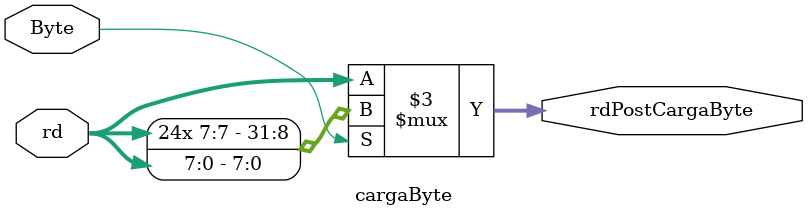
<source format=sv>
module cargaByte(
  input logic  [31:0] rd,
  input logic         Byte,
  output logic [31:0] rdPostCargaByte
);
				
  always_comb
    if(Byte)
      rdPostCargaByte = {{24{rd[7]}},rd[7:0]};
    else
      rdPostCargaByte = rd;

endmodule

</source>
